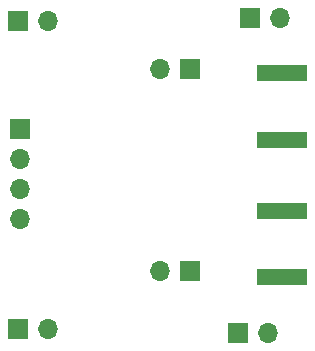
<source format=gbr>
%TF.GenerationSoftware,KiCad,Pcbnew,(6.0.2)*%
%TF.CreationDate,2022-11-21T15:27:56-08:00*%
%TF.ProjectId,si514_clock,73693531-345f-4636-9c6f-636b2e6b6963,rev?*%
%TF.SameCoordinates,PX86903e0PY67ceb50*%
%TF.FileFunction,Soldermask,Bot*%
%TF.FilePolarity,Negative*%
%FSLAX46Y46*%
G04 Gerber Fmt 4.6, Leading zero omitted, Abs format (unit mm)*
G04 Created by KiCad (PCBNEW (6.0.2)) date 2022-11-21 15:27:56*
%MOMM*%
%LPD*%
G01*
G04 APERTURE LIST*
%ADD10R,4.200000X1.350000*%
%ADD11R,1.700000X1.700000*%
%ADD12O,1.700000X1.700000*%
G04 APERTURE END LIST*
D10*
%TO.C,J7*%
X25600000Y7525000D03*
X25600000Y13175000D03*
%TD*%
D11*
%TO.C,J8*%
X17750000Y8050000D03*
D12*
X15210000Y8050000D03*
%TD*%
D10*
%TO.C,J6*%
X25600000Y24825000D03*
X25600000Y19175000D03*
%TD*%
D11*
%TO.C,J9*%
X17740000Y25200000D03*
D12*
X15200000Y25200000D03*
%TD*%
D11*
%TO.C,J3*%
X3175000Y29250000D03*
D12*
X5715000Y29250000D03*
%TD*%
D11*
%TO.C,J1*%
X3200000Y3150000D03*
D12*
X5740000Y3150000D03*
%TD*%
D11*
%TO.C,J2*%
X21825000Y2850000D03*
D12*
X24365000Y2850000D03*
%TD*%
D11*
%TO.C,J5*%
X3350000Y20050000D03*
D12*
X3350000Y17510000D03*
X3350000Y14970000D03*
X3350000Y12430000D03*
%TD*%
D11*
%TO.C,J4*%
X22825000Y29450000D03*
D12*
X25365000Y29450000D03*
%TD*%
M02*

</source>
